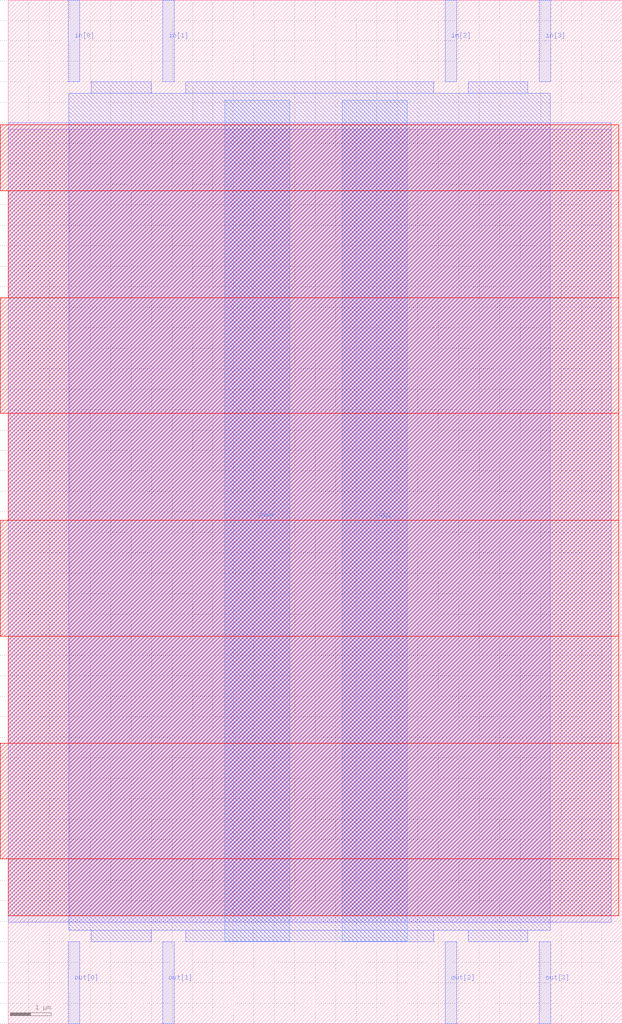
<source format=lef>
VERSION 5.7 ;
  NOWIREEXTENSIONATPIN ON ;
  DIVIDERCHAR "/" ;
  BUSBITCHARS "[]" ;
MACRO custom_matrix
  CLASS BLOCK ;
  FOREIGN custom_matrix ;
  ORIGIN 0.000 0.000 ;
  SIZE 15.000 BY 25.000 ;
  PIN in[0]
    ANTENNAGATEAREA 0.196500 ;
    PORT
      LAYER met2 ;
        RECT 1.470 23.000 1.750 25.000 ;
    END
  END in[0]
  PIN in[1]
    ANTENNAGATEAREA 0.196500 ;
    PORT
      LAYER met2 ;
        RECT 3.770 23.000 4.050 25.000 ;
    END
  END in[1]
  PIN in[2]
    ANTENNAGATEAREA 0.196500 ;
    PORT
      LAYER met2 ;
        RECT 10.670 23.000 10.950 25.000 ;
    END
  END in[2]
  PIN in[3]
    ANTENNAGATEAREA 0.196500 ;
    PORT
      LAYER met2 ;
        RECT 12.970 23.000 13.250 25.000 ;
    END
  END in[3]
  PIN out[0]
    ANTENNADIFFAREA 0.445500 ;
    PORT
      LAYER met2 ;
        RECT 1.470 0.000 1.750 2.000 ;
    END
  END out[0]
  PIN out[1]
    PORT
      LAYER met2 ;
        RECT 3.770 0.000 4.050 2.000 ;
    END
  END out[1]
  PIN out[2]
    ANTENNADIFFAREA 0.445500 ;
    PORT
      LAYER met2 ;
        RECT 10.670 0.000 10.950 2.000 ;
    END
  END out[2]
  PIN out[3]
    ANTENNADIFFAREA 0.445500 ;
    PORT
      LAYER met2 ;
        RECT 12.970 0.000 13.250 2.000 ;
    END
  END out[3]
  PIN VPWR
    USE POWER ;
    PORT
      LAYER met3 ;
        RECT 5.290 2.020 6.880 22.550 ;
    END
  END VPWR
  PIN VGND
    USE GROUND ;
    PORT
      LAYER met3 ;
        RECT 8.160 2.020 9.750 22.550 ;
    END
  END VGND
  OBS
      LAYER nwell ;
        RECT -0.190 20.345 14.910 21.950 ;
        RECT 0.000 17.735 14.910 20.345 ;
        RECT -0.190 14.905 14.910 17.735 ;
        RECT 0.000 12.295 14.910 14.905 ;
        RECT -0.190 9.465 14.910 12.295 ;
        RECT 0.000 6.855 14.910 9.465 ;
        RECT -0.190 4.025 14.910 6.855 ;
        RECT 0.000 2.635 14.910 4.025 ;
      LAYER li1 ;
        RECT 0.000 2.635 14.720 21.845 ;
      LAYER met1 ;
        RECT 0.000 2.480 14.720 22.000 ;
      LAYER met2 ;
        RECT 2.030 22.720 3.490 23.000 ;
        RECT 4.330 22.720 10.390 23.000 ;
        RECT 11.230 22.720 12.690 23.000 ;
        RECT 1.480 2.280 13.240 22.720 ;
        RECT 2.030 2.000 3.490 2.280 ;
        RECT 4.330 2.000 10.390 2.280 ;
        RECT 11.230 2.000 12.690 2.280 ;
  END
END custom_matrix
END LIBRARY


</source>
